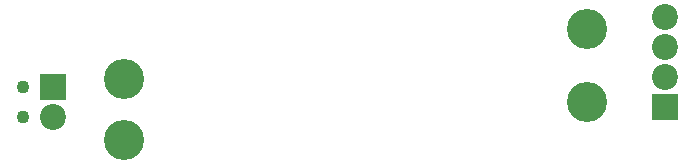
<source format=gbr>
%TF.GenerationSoftware,KiCad,Pcbnew,7.0.7*%
%TF.CreationDate,2024-09-29T13:33:55+02:00*%
%TF.ProjectId,DC_step_down_24V-3_3V,44435f73-7465-4705-9f64-6f776e5f3234,rev?*%
%TF.SameCoordinates,Original*%
%TF.FileFunction,Soldermask,Bot*%
%TF.FilePolarity,Negative*%
%FSLAX46Y46*%
G04 Gerber Fmt 4.6, Leading zero omitted, Abs format (unit mm)*
G04 Created by KiCad (PCBNEW 7.0.7) date 2024-09-29 13:33:55*
%MOMM*%
%LPD*%
G01*
G04 APERTURE LIST*
%ADD10C,3.400000*%
%ADD11C,1.100000*%
%ADD12R,2.200000X2.200000*%
%ADD13C,2.200000*%
G04 APERTURE END LIST*
D10*
%TO.C,TP1_GND1*%
X134400000Y-82600000D03*
%TD*%
%TO.C,TP3_GND1*%
X173600000Y-84600000D03*
%TD*%
D11*
%TO.C,J2*%
X125860000Y-83330000D03*
X125860000Y-85870000D03*
D12*
X128400000Y-83330000D03*
D13*
X128400000Y-85870000D03*
%TD*%
D12*
%TO.C,J1*%
X180200000Y-85015000D03*
D13*
X180200000Y-82475000D03*
X180200000Y-79935000D03*
X180200000Y-77395000D03*
%TD*%
D10*
%TO.C,TP2_24V_in1*%
X134400000Y-87800000D03*
%TD*%
%TO.C,TP1_3V3_out1*%
X173600000Y-78400000D03*
%TD*%
M02*

</source>
